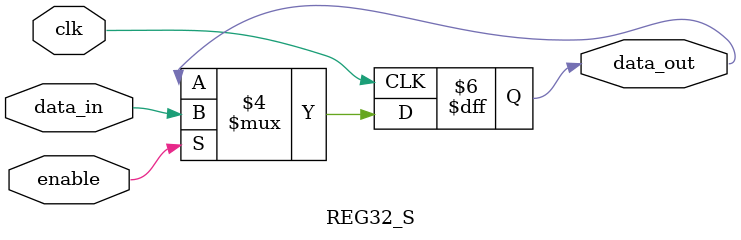
<source format=v>
module REG32_S(clk, enable, data_in, data_out);

//Port Discipline 
input wire  clk;      //system clock
input wire  enable;   //allows data to be overwritten
input wire  data_in;  //data to write to register on clk edge and enable
output reg  data_out; //data contained within the register

// Simple 32-bit register. On rising edge of clock the value of out is updated to the value of in
always @(posedge clk)
	if (enable == 1) begin
		data_out = data_in;
	end    
endmodule
</source>
